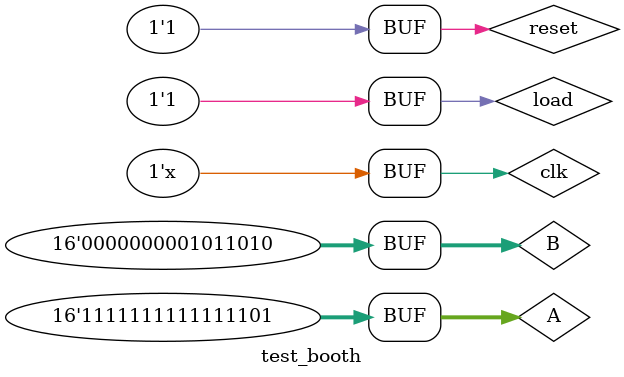
<source format=v>

`timescale 	 1ns/1ns

module booth(clk, reset, load, A, B, done, result);

  parameter WidthMultiplicand = 16,

                   WidthMultiplier = 16,

                   WidthCount = 5,

Comp_add = 3'b010,

Add = 3'b001;

 

  input clk, reset, load;

  input [WidthMultiplicand-1:0] A;

  input [WidthMultiplier-1:0] B;

  output [WidthMultiplicand+WidthMultiplier-1:0] result;

  output done; 

  reg done, sign, E, shift, Qn_1;

  reg [WidthMultiplicand-1:0] regA;

  reg [WidthMultiplier-1:0] regB, regQ;

  reg [WidthCount-1:0] SeqCount;

  assign result = {regA,regQ};

 

  always @(posedge clk) begin

    if(!reset) begin

      regA = 0;

      regB = 0;

      regQ = 0;

      Qn_1 = 0;

      shift = 0;

      SeqCount = WidthMultiplier;

      done = 0;

    end

    else if (load) begin

      regA = 0;

      regB = A;

      regQ = B;

      Qn_1 = 0;

      shift = 0;

      SeqCount = WidthMultiplier;

      done = 0;

    end

    else if (!done) 

      case({shift,regQ[0],Qn_1})

        Comp_add:begin

          regA = regA + ~regB + 1;

          shift = 1;

          end

        Add:begin

          regA = regA + regB;

          shift = 1;

          end

          default:begin

            {regA,regQ,Qn_1} = ({regA,regQ,Qn_1}>>1);

            regA[WidthMultiplicand-1] = regA[WidthMultiplicand-2];

            SeqCount = SeqCount - 1;

            shift = 0;

            if (SeqCount == 0)

              done = 1;

          end

      endcase    

 

  end

endmodule   


module test_booth;


reg [15:0] A;
reg [15:0] B;
reg clk;
reg reset;
reg load;


wire [31:0] result;
wire done;


booth booth(
   .clk      (clk),
   .reset    (reset),
   .load     (load),
   .A        (A),
   .B        (B),
   .done     (done),
   .result   (result)
   );



initial  
    begin
       clk = 0;
       reset=1;
    
       load = 1;
       
       A[15:0] = 16'b1111111111111101;
       B[15:0] = 16'b0000000001011010;
    end

always
#32 clk = ~clk;
always
  begin
#128 load = 0;
#4096 load = 1;

end

endmodule



</source>
